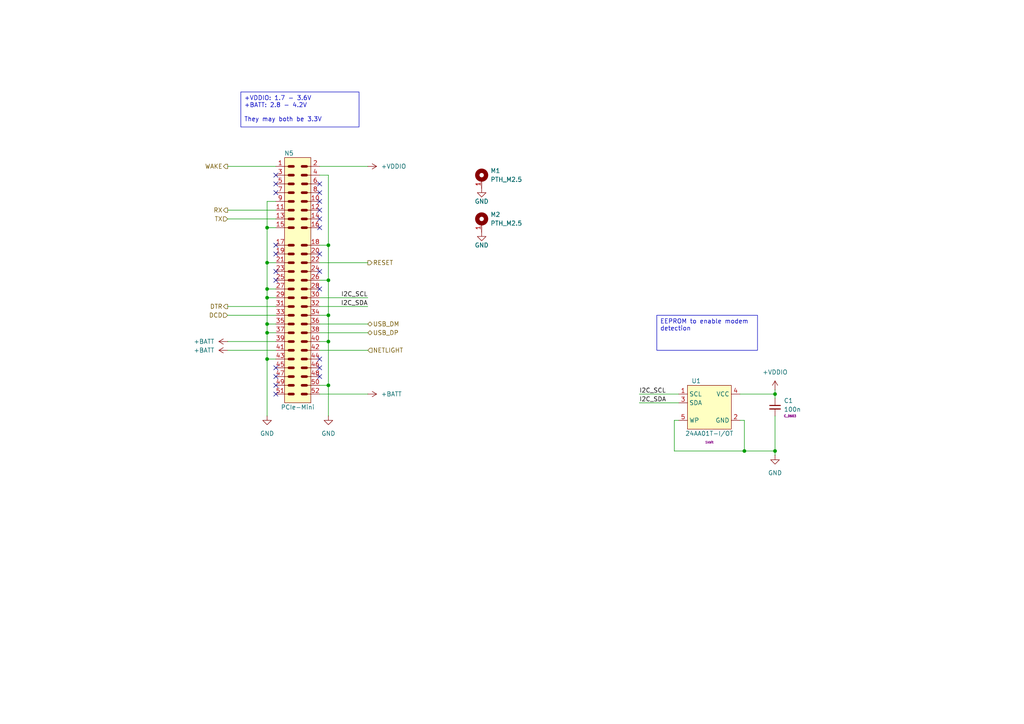
<source format=kicad_sch>
(kicad_sch (version 20250114) (generator "eeschema") (generator_version "9.0")
  (paper "A4")
  (title_block (title "Winglet-ESP") (rev "v1.0") (company "TL Embedded"))
  (lib_symbols
    (symbol "C_Capacitor:C_0603" (pin_numbers (hide yes)) (pin_names (offset 1.016))
      (property "Reference" "C" (at 3.175 1.905 0))
      (property "Value" "100n" (at 5.08 0 0))
      (property "Size" "C_0603" (at 4.445 -1.905 0))
      (symbol "C_0603_1_1"
        (polyline (pts (xy -1.524 0.508) (xy 1.524 0.508)) (stroke (width 0.3048)))
        (polyline (pts (xy -1.524 -0.508) (xy 1.524 -0.508)) (stroke (width 0.3302)))
        (pin passive line (at 0 2.54 270) (length 2.032) (name "~") (number "1"))
        (pin passive line (at 0 -2.54 90) (length 2.032) (name "~") (number "2"))
      )
    )
    (symbol "M_Mechanical:PTH_M2.5" (in_bom no)
      (property "Reference" "M" (at -1.27 3.81 0))
      (property "Value" "PTH_M2.5" (at 0 -3.81 0))
      (symbol "PTH_M2.5_0_1"
        (circle (center 0 0) (radius 1.27) (stroke (width 1.27)))
      )
      (symbol "PTH_M2.5_1_1"
        (pin passive line (at 3.81 0 180) (length 2.54) (name "~") (number "1"))
      )
    )
    (symbol "N_NonPart:PCIe-Mini" (pin_names (hide yes)) (in_bom no)
      (property "Reference" "N" (at 0 72.39 0))
      (property "Value" "PCIe-Mini" (at 0 -1.27 0))
      (symbol "PCIe-Mini_0_1"
        (polyline (pts (xy -3.81 68.58) (xy -2.54 68.58)))
        (polyline (pts (xy -3.81 66.04) (xy -2.54 66.04)))
        (polyline (pts (xy -3.81 63.5) (xy -2.54 63.5)))
        (polyline (pts (xy -3.81 60.96) (xy -2.54 60.96)))
        (polyline (pts (xy -3.81 58.42) (xy -2.54 58.42)))
        (polyline (pts (xy -3.81 55.88) (xy -2.54 55.88)))
        (polyline (pts (xy -3.81 53.34) (xy -2.54 53.34)))
        (polyline (pts (xy -3.81 50.8) (xy -2.54 50.8)))
        (polyline (pts (xy -3.81 45.72) (xy -2.54 45.72)))
        (polyline (pts (xy -3.81 43.18) (xy -2.54 43.18)))
        (polyline (pts (xy -3.81 40.64) (xy -2.54 40.64)))
        (polyline (pts (xy -3.81 38.1) (xy -2.54 38.1)))
        (polyline (pts (xy -3.81 35.56) (xy -2.54 35.56)))
        (polyline (pts (xy -3.81 33.02) (xy -2.54 33.02)))
        (polyline (pts (xy -3.81 30.48) (xy -2.54 30.48)))
        (polyline (pts (xy -3.81 27.94) (xy -2.54 27.94)))
        (polyline (pts (xy -3.81 25.4) (xy -2.54 25.4)))
        (polyline (pts (xy -3.81 22.86) (xy -2.54 22.86)))
        (polyline (pts (xy -3.81 20.32) (xy -2.54 20.32)))
        (polyline (pts (xy -3.81 17.78) (xy -2.54 17.78)))
        (polyline (pts (xy -3.81 15.24) (xy -2.54 15.24)))
        (polyline (pts (xy -3.81 12.7) (xy -2.54 12.7)))
        (polyline (pts (xy -3.81 10.16) (xy -2.54 10.16)))
        (polyline (pts (xy -3.81 7.62) (xy -2.54 7.62)))
        (polyline (pts (xy -3.81 5.08) (xy -2.54 5.08)))
        (polyline (pts (xy -3.81 2.54) (xy -2.54 2.54)))
        (polyline (pts (xy 3.81 68.58) (xy 2.54 68.58)))
        (polyline (pts (xy 3.81 66.04) (xy 2.54 66.04)))
        (polyline (pts (xy 3.81 60.96) (xy 2.54 60.96)))
        (polyline (pts (xy 3.81 58.42) (xy 2.54 58.42)))
        (polyline (pts (xy 3.81 55.88) (xy 2.54 55.88)))
        (polyline (pts (xy 3.81 53.34) (xy 2.54 53.34)))
        (polyline (pts (xy 3.81 50.8) (xy 2.54 50.8)))
        (polyline (pts (xy 3.81 45.72) (xy 2.54 45.72)))
        (polyline (pts (xy 3.81 43.18) (xy 2.54 43.18)))
        (polyline (pts (xy 3.81 40.64) (xy 2.54 40.64)))
        (polyline (pts (xy 3.81 38.1) (xy 2.54 38.1)))
        (polyline (pts (xy 3.81 35.56) (xy 2.54 35.56)))
        (polyline (pts (xy 3.81 33.02) (xy 2.54 33.02)))
        (polyline (pts (xy 3.81 30.48) (xy 2.54 30.48)))
        (polyline (pts (xy 3.81 27.94) (xy 2.54 27.94)))
        (polyline (pts (xy 3.81 25.4) (xy 2.54 25.4)))
        (polyline (pts (xy 3.81 22.86) (xy 2.54 22.86)))
        (polyline (pts (xy 3.81 20.32) (xy 2.54 20.32)))
        (polyline (pts (xy 3.81 17.78) (xy 2.54 17.78)))
        (polyline (pts (xy 3.81 15.24) (xy 2.54 15.24)))
        (polyline (pts (xy 3.81 12.7) (xy 2.54 12.7)))
        (polyline (pts (xy 3.81 10.16) (xy 2.54 10.16)))
        (polyline (pts (xy 3.81 7.62) (xy 2.54 7.62)))
        (polyline (pts (xy 3.81 5.08) (xy 2.54 5.08)))
        (polyline (pts (xy 3.81 2.54) (xy 2.54 2.54)))
        (polyline (pts (xy 3.8943 63.5073) (xy 2.6243 63.5073)))
      )
      (symbol "PCIe-Mini_1_1"
        (rectangle (start -3.81 71.12) (end 3.81 0) (fill (type background)))
        (polyline (pts (xy -2.54 68.58) (xy -1.27 68.58)) (stroke (width 0.768)))
        (polyline (pts (xy -2.54 66.04) (xy -1.27 66.04)) (stroke (width 0.768)))
        (polyline (pts (xy -2.54 63.5) (xy -1.27 63.5)) (stroke (width 0.768)))
        (polyline (pts (xy -2.54 60.96) (xy -1.27 60.96)) (stroke (width 0.768)))
        (polyline (pts (xy -2.54 58.42) (xy -1.27 58.42)) (stroke (width 0.768)))
        (polyline (pts (xy -2.54 55.88) (xy -1.27 55.88)) (stroke (width 0.768)))
        (polyline (pts (xy -2.54 53.34) (xy -1.27 53.34)) (stroke (width 0.768)))
        (polyline (pts (xy -2.54 50.8) (xy -1.27 50.8)) (stroke (width 0.768)))
        (polyline (pts (xy -2.54 45.72) (xy -1.27 45.72)) (stroke (width 0.768)))
        (polyline (pts (xy -2.54 43.18) (xy -1.27 43.18)) (stroke (width 0.768)))
        (polyline (pts (xy -2.54 40.64) (xy -1.27 40.64)) (stroke (width 0.768)))
        (polyline (pts (xy -2.54 38.1) (xy -1.27 38.1)) (stroke (width 0.768)))
        (polyline (pts (xy -2.54 35.56) (xy -1.27 35.56)) (stroke (width 0.768)))
        (polyline (pts (xy -2.54 33.02) (xy -1.27 33.02)) (stroke (width 0.768)))
        (polyline (pts (xy -2.54 30.48) (xy -1.27 30.48)) (stroke (width 0.768)))
        (polyline (pts (xy -2.54 27.94) (xy -1.27 27.94)) (stroke (width 0.768)))
        (polyline (pts (xy -2.54 25.4) (xy -1.27 25.4)) (stroke (width 0.768)))
        (polyline (pts (xy -2.54 22.86) (xy -1.27 22.86)) (stroke (width 0.768)))
        (polyline (pts (xy -2.54 20.32) (xy -1.27 20.32)) (stroke (width 0.768)))
        (polyline (pts (xy -2.54 17.78) (xy -1.27 17.78)) (stroke (width 0.768)))
        (polyline (pts (xy -2.54 15.24) (xy -1.27 15.24)) (stroke (width 0.768)))
        (polyline (pts (xy -2.54 12.7) (xy -1.27 12.7)) (stroke (width 0.768)))
        (polyline (pts (xy -2.54 10.16) (xy -1.27 10.16)) (stroke (width 0.768)))
        (polyline (pts (xy -2.54 7.62) (xy -1.27 7.62)) (stroke (width 0.768)))
        (polyline (pts (xy -2.54 5.08) (xy -1.27 5.08)) (stroke (width 0.768)))
        (polyline (pts (xy -2.54 2.54) (xy -1.27 2.54)) (stroke (width 0.768)))
        (polyline (pts (xy 2.54 68.58) (xy 1.27 68.58)) (stroke (width 0.768)))
        (polyline (pts (xy 2.54 66.04) (xy 1.27 66.04)) (stroke (width 0.768)))
        (polyline (pts (xy 2.54 60.96) (xy 1.27 60.96)) (stroke (width 0.768)))
        (polyline (pts (xy 2.54 58.42) (xy 1.27 58.42)) (stroke (width 0.768)))
        (polyline (pts (xy 2.54 55.88) (xy 1.27 55.88)) (stroke (width 0.768)))
        (polyline (pts (xy 2.54 53.34) (xy 1.27 53.34)) (stroke (width 0.768)))
        (polyline (pts (xy 2.54 50.8) (xy 1.27 50.8)) (stroke (width 0.768)))
        (polyline (pts (xy 2.54 45.72) (xy 1.27 45.72)) (stroke (width 0.768)))
        (polyline (pts (xy 2.54 43.18) (xy 1.27 43.18)) (stroke (width 0.768)))
        (polyline (pts (xy 2.54 40.64) (xy 1.27 40.64)) (stroke (width 0.768)))
        (polyline (pts (xy 2.54 38.1) (xy 1.27 38.1)) (stroke (width 0.768)))
        (polyline (pts (xy 2.54 35.56) (xy 1.27 35.56)) (stroke (width 0.768)))
        (polyline (pts (xy 2.54 33.02) (xy 1.27 33.02)) (stroke (width 0.768)))
        (polyline (pts (xy 2.54 30.48) (xy 1.27 30.48)) (stroke (width 0.768)))
        (polyline (pts (xy 2.54 27.94) (xy 1.27 27.94)) (stroke (width 0.768)))
        (polyline (pts (xy 2.54 25.4) (xy 1.27 25.4)) (stroke (width 0.768)))
        (polyline (pts (xy 2.54 22.86) (xy 1.27 22.86)) (stroke (width 0.768)))
        (polyline (pts (xy 2.54 20.32) (xy 1.27 20.32)) (stroke (width 0.768)))
        (polyline (pts (xy 2.54 17.78) (xy 1.27 17.78)) (stroke (width 0.768)))
        (polyline (pts (xy 2.54 15.24) (xy 1.27 15.24)) (stroke (width 0.768)))
        (polyline (pts (xy 2.54 12.7) (xy 1.27 12.7)) (stroke (width 0.768)))
        (polyline (pts (xy 2.54 10.16) (xy 1.27 10.16)) (stroke (width 0.768)))
        (polyline (pts (xy 2.54 7.62) (xy 1.27 7.62)) (stroke (width 0.768)))
        (polyline (pts (xy 2.54 5.08) (xy 1.27 5.08)) (stroke (width 0.768)))
        (polyline (pts (xy 2.54 2.54) (xy 1.27 2.54)) (stroke (width 0.768)))
        (polyline (pts (xy 2.6243 63.5073) (xy 1.3543 63.5073)) (stroke (width 0.768)))
        (pin passive line (at -6.35 68.58 0) (length 2.54) (name "1") (number "1"))
        (pin passive line (at -6.35 66.04 0) (length 2.54) (name "3") (number "3"))
        (pin passive line (at -6.35 63.5 0) (length 2.54) (name "5") (number "5"))
        (pin passive line (at -6.35 60.96 0) (length 2.54) (name "7") (number "7"))
        (pin passive line (at -6.35 58.42 0) (length 2.54) (name "9") (number "9"))
        (pin passive line (at -6.35 55.88 0) (length 2.54) (name "11") (number "11"))
        (pin passive line (at -6.35 53.34 0) (length 2.54) (name "13") (number "13"))
        (pin passive line (at -6.35 50.8 0) (length 2.54) (name "15") (number "15"))
        (pin passive line (at -6.35 45.72 0) (length 2.54) (name "17") (number "17"))
        (pin passive line (at -6.35 43.18 0) (length 2.54) (name "19") (number "19"))
        (pin passive line (at -6.35 40.64 0) (length 2.54) (name "21") (number "21"))
        (pin passive line (at -6.35 38.1 0) (length 2.54) (name "23") (number "23"))
        (pin passive line (at -6.35 35.56 0) (length 2.54) (name "25") (number "25"))
        (pin passive line (at -6.35 33.02 0) (length 2.54) (name "27") (number "27"))
        (pin passive line (at -6.35 30.48 0) (length 2.54) (name "29") (number "29"))
        (pin passive line (at -6.35 27.94 0) (length 2.54) (name "31") (number "31"))
        (pin passive line (at -6.35 25.4 0) (length 2.54) (name "33") (number "33"))
        (pin passive line (at -6.35 22.86 0) (length 2.54) (name "35") (number "35"))
        (pin passive line (at -6.35 20.32 0) (length 2.54) (name "37") (number "37"))
        (pin passive line (at -6.35 17.78 0) (length 2.54) (name "39") (number "39"))
        (pin passive line (at -6.35 15.24 0) (length 2.54) (name "41") (number "41"))
        (pin passive line (at -6.35 12.7 0) (length 2.54) (name "43") (number "43"))
        (pin passive line (at -6.35 10.16 0) (length 2.54) (name "45") (number "45"))
        (pin passive line (at -6.35 7.62 0) (length 2.54) (name "47") (number "47"))
        (pin passive line (at -6.35 5.08 0) (length 2.54) (name "49") (number "49"))
        (pin passive line (at -6.35 2.54 0) (length 2.54) (name "51") (number "51"))
        (pin passive line (at 6.35 68.58 180) (length 2.54) (name "2") (number "2"))
        (pin passive line (at 6.35 66.04 180) (length 2.54) (name "4") (number "4"))
        (pin passive line (at 6.35 63.5 180) (length 2.54) (name "6") (number "6"))
        (pin passive line (at 6.35 60.96 180) (length 2.54) (name "8") (number "8"))
        (pin passive line (at 6.35 58.42 180) (length 2.54) (name "10") (number "10"))
        (pin passive line (at 6.35 55.88 180) (length 2.54) (name "12") (number "12"))
        (pin passive line (at 6.35 53.34 180) (length 2.54) (name "14") (number "14"))
        (pin passive line (at 6.35 50.8 180) (length 2.54) (name "16") (number "16"))
        (pin passive line (at 6.35 45.72 180) (length 2.54) (name "18") (number "18"))
        (pin passive line (at 6.35 43.18 180) (length 2.54) (name "20") (number "20"))
        (pin passive line (at 6.35 40.64 180) (length 2.54) (name "22") (number "22"))
        (pin passive line (at 6.35 38.1 180) (length 2.54) (name "24") (number "24"))
        (pin passive line (at 6.35 35.56 180) (length 2.54) (name "26") (number "26"))
        (pin passive line (at 6.35 33.02 180) (length 2.54) (name "28") (number "28"))
        (pin passive line (at 6.35 30.48 180) (length 2.54) (name "30") (number "30"))
        (pin passive line (at 6.35 27.94 180) (length 2.54) (name "32") (number "32"))
        (pin passive line (at 6.35 25.4 180) (length 2.54) (name "34") (number "34"))
        (pin passive line (at 6.35 22.86 180) (length 2.54) (name "36") (number "36"))
        (pin passive line (at 6.35 20.32 180) (length 2.54) (name "38") (number "38"))
        (pin passive line (at 6.35 17.78 180) (length 2.54) (name "40") (number "40"))
        (pin passive line (at 6.35 15.24 180) (length 2.54) (name "42") (number "42"))
        (pin passive line (at 6.35 12.7 180) (length 2.54) (name "44") (number "44"))
        (pin passive line (at 6.35 10.16 180) (length 2.54) (name "46") (number "46"))
        (pin passive line (at 6.35 7.62 180) (length 2.54) (name "48") (number "48"))
        (pin passive line (at 6.35 5.08 180) (length 2.54) (name "50") (number "50"))
        (pin passive line (at 6.35 2.54 180) (length 2.54) (name "52") (number "52"))
      )
    )
    (symbol "U_Memory:24AA01T-I/OT"
      (property "Reference" "U" (at -5.08 13.97 0))
      (property "Value" "24AA01T-I/OT" (at 0 -1.27 0))
      (property "Params" "1kbit" (at 0 -2.54 0))
      (symbol "24AA01T-I/OT_0_1"
        (rectangle (start -6.35 12.7) (end 6.35 0) (fill (type background)))
      )
      (symbol "24AA01T-I/OT_1_1"
        (pin bidirectional line (at -8.89 10.16 0) (length 2.54) (name "SCL") (number "1"))
        (pin bidirectional line (at -8.89 7.62 0) (length 2.54) (name "SDA") (number "3"))
        (pin input line (at -8.89 2.54 0) (length 2.54) (name "WP") (number "5"))
        (pin power_in line (at 8.89 10.16 180) (length 2.54) (name "VCC") (number "4"))
        (pin power_in line (at 8.89 2.54 180) (length 2.54) (name "GND") (number "2"))
      )
    )
    (symbol "power:GND" (power) (pin_numbers (hide yes)) (pin_names (offset 0) (hide yes))
      (property "Value" "GND" (at 0 -3.81 0))
      (symbol "GND_0_1"
        (polyline (pts (xy 0 0) (xy 0 -1.27) (xy 1.27 -1.27) (xy 0 -2.54) (xy -1.27 -1.27) (xy 0 -1.27)))
      )
      (symbol "GND_1_1"
        (pin power_in line (at 0 0 270) (length 0) (name "~") (number "1"))
      )
    )
    (symbol "power:VDD" (power) (pin_numbers (hide yes)) (pin_names (offset 0) (hide yes))
      (property "Value" "VDD" (at 0 3.556 0))
      (symbol "VDD_0_1"
        (polyline (pts (xy -0.762 1.27) (xy 0 2.54)))
        (polyline (pts (xy 0 2.54) (xy 0.762 1.27)))
        (polyline (pts (xy 0 0) (xy 0 2.54)))
      )
      (symbol "VDD_1_1"
        (pin power_in line (at 0 0 90) (length 0) (name "~") (number "1"))
      )
    )
  )
  (text_box "+VDDIO: 1.7 - 3.6V\n+BATT: 2.8 - 4.2V\n\nThey may both be 3.3V" (at 69.85 26.67 0) (size 34.29 10.16) (margins 0.9525 0.9525 0.9525 0.9525) (effects (font (size 1.27 1.27)) (justify left top)))
  (text_box "EEPROM to enable modem detection" (at 190.5 91.44 0) (size 29.21 10.16) (margins 0.9525 0.9525 0.9525 0.9525) (effects (font (size 1.27 1.27)) (justify left top)))
  (junction (at 77.47 86.36))
  (junction (at 77.47 93.98))
  (junction (at 95.25 81.28))
  (junction (at 77.47 66.04))
  (junction (at 95.25 99.06))
  (junction (at 215.9 130.81))
  (junction (at 224.79 130.81))
  (junction (at 224.79 114.3))
  (junction (at 95.25 91.44))
  (junction (at 77.47 96.52))
  (junction (at 95.25 111.76))
  (junction (at 95.25 71.12))
  (junction (at 77.47 83.82))
  (junction (at 77.47 104.14))
  (junction (at 77.47 76.2))
  (no_connect (at 80.01 109.22))
  (no_connect (at 92.71 63.5))
  (no_connect (at 92.71 55.88))
  (no_connect (at 80.01 106.68))
  (no_connect (at 92.71 53.34))
  (no_connect (at 92.71 106.68))
  (no_connect (at 80.01 53.34))
  (no_connect (at 92.71 66.04))
  (no_connect (at 92.71 109.22))
  (no_connect (at 80.01 81.28))
  (no_connect (at 92.71 60.96))
  (no_connect (at 92.71 78.74))
  (no_connect (at 92.71 83.82))
  (no_connect (at 80.01 111.76))
  (no_connect (at 92.71 58.42))
  (no_connect (at 80.01 55.88))
  (no_connect (at 80.01 71.12))
  (no_connect (at 92.71 73.66))
  (no_connect (at 80.01 50.8))
  (no_connect (at 80.01 114.3))
  (no_connect (at 92.71 104.14))
  (no_connect (at 80.01 73.66))
  (no_connect (at 80.01 78.74))
  (wire (pts (xy 224.79 114.3) (xy 214.63 114.3)))
  (wire (pts (xy 77.47 93.98) (xy 80.01 93.98)))
  (wire (pts (xy 224.79 115.57) (xy 224.79 114.3)))
  (wire (pts (xy 95.25 111.76) (xy 95.25 120.65)))
  (wire (pts (xy 224.79 120.65) (xy 224.79 130.81)))
  (wire (pts (xy 92.71 71.12) (xy 95.25 71.12)))
  (wire (pts (xy 195.58 130.81) (xy 215.9 130.81)))
  (wire (pts (xy 196.85 121.92) (xy 195.58 121.92)))
  (wire (pts (xy 92.71 99.06) (xy 95.25 99.06)))
  (wire (pts (xy 92.71 93.98) (xy 106.68 93.98)))
  (wire (pts (xy 106.68 114.3) (xy 92.71 114.3)))
  (wire (pts (xy 77.47 96.52) (xy 80.01 96.52)))
  (wire (pts (xy 66.04 99.06) (xy 80.01 99.06)))
  (wire (pts (xy 66.04 63.5) (xy 80.01 63.5)))
  (wire (pts (xy 95.25 50.8) (xy 92.71 50.8)))
  (wire (pts (xy 66.04 101.6) (xy 80.01 101.6)))
  (wire (pts (xy 77.47 86.36) (xy 80.01 86.36)))
  (wire (pts (xy 95.25 91.44) (xy 95.25 99.06)))
  (wire (pts (xy 185.42 114.3) (xy 196.85 114.3)))
  (wire (pts (xy 77.47 96.52) (xy 77.47 104.14)))
  (wire (pts (xy 66.04 91.44) (xy 80.01 91.44)))
  (wire (pts (xy 195.58 121.92) (xy 195.58 130.81)))
  (wire (pts (xy 92.71 101.6) (xy 106.68 101.6)))
  (wire (pts (xy 92.71 91.44) (xy 95.25 91.44)))
  (wire (pts (xy 77.47 104.14) (xy 77.47 120.65)))
  (wire (pts (xy 215.9 121.92) (xy 214.63 121.92)))
  (wire (pts (xy 92.71 81.28) (xy 95.25 81.28)))
  (wire (pts (xy 224.79 130.81) (xy 224.79 132.08)))
  (wire (pts (xy 95.25 71.12) (xy 95.25 81.28)))
  (wire (pts (xy 92.71 111.76) (xy 95.25 111.76)))
  (wire (pts (xy 92.71 86.36) (xy 106.68 86.36)))
  (wire (pts (xy 215.9 121.92) (xy 215.9 130.81)))
  (wire (pts (xy 66.04 60.96) (xy 80.01 60.96)))
  (wire (pts (xy 77.47 58.42) (xy 77.47 66.04)))
  (wire (pts (xy 77.47 66.04) (xy 77.47 76.2)))
  (wire (pts (xy 77.47 93.98) (xy 77.47 96.52)))
  (wire (pts (xy 66.04 88.9) (xy 80.01 88.9)))
  (wire (pts (xy 77.47 104.14) (xy 80.01 104.14)))
  (wire (pts (xy 77.47 86.36) (xy 77.47 93.98)))
  (wire (pts (xy 185.42 116.84) (xy 196.85 116.84)))
  (wire (pts (xy 92.71 96.52) (xy 106.68 96.52)))
  (wire (pts (xy 95.25 99.06) (xy 95.25 111.76)))
  (wire (pts (xy 92.71 76.2) (xy 106.68 76.2)))
  (wire (pts (xy 224.79 113.03) (xy 224.79 114.3)))
  (wire (pts (xy 77.47 76.2) (xy 80.01 76.2)))
  (wire (pts (xy 106.68 48.26) (xy 92.71 48.26)))
  (wire (pts (xy 77.47 58.42) (xy 80.01 58.42)))
  (wire (pts (xy 95.25 50.8) (xy 95.25 71.12)))
  (wire (pts (xy 95.25 81.28) (xy 95.25 91.44)))
  (wire (pts (xy 77.47 76.2) (xy 77.47 83.82)))
  (wire (pts (xy 77.47 83.82) (xy 77.47 86.36)))
  (wire (pts (xy 77.47 83.82) (xy 80.01 83.82)))
  (wire (pts (xy 66.04 48.26) (xy 80.01 48.26)))
  (wire (pts (xy 215.9 130.81) (xy 224.79 130.81)))
  (wire (pts (xy 77.47 66.04) (xy 80.01 66.04)))
  (wire (pts (xy 92.71 88.9) (xy 106.68 88.9)))
  (label "I2C_SDA" (at 185.42 116.84 0))
  (label "I2C_SCL" (at 106.68 86.36 180))
  (label "I2C_SCL" (at 185.42 114.3 0))
  (label "I2C_SDA" (at 106.68 88.9 180))
  (hierarchical_label "RESET" (shape output) (at 106.68 76.2 0))
  (hierarchical_label "RX" (shape output) (at 66.04 60.96 180))
  (hierarchical_label "DCD" (shape input) (at 66.04 91.44 180))
  (hierarchical_label "USB_DP" (shape bidirectional) (at 106.68 96.52 0))
  (hierarchical_label "TX" (shape input) (at 66.04 63.5 180))
  (hierarchical_label "NETLIGHT" (shape input) (at 106.68 101.6 0))
  (hierarchical_label "DTR" (shape output) (at 66.04 88.9 180))
  (hierarchical_label "WAKE" (shape output) (at 66.04 48.26 180))
  (hierarchical_label "USB_DM" (shape bidirectional) (at 106.68 93.98 0))
  (symbol (lib_id "M_Mechanical:PTH_M2.5") (at 139.7 63.5 270) (unit 1) (in_bom no)
    (property "Reference" "M2" (at 142.24 62.2299 90) (effects (justify left)))
    (property "Value" "PTH_M2.5" (at 142.24 64.7699 90) (effects (justify left)))
    (property "Footprint" "M_Mechanical:PTH_M2.5" (effects (hide yes)))
  )
  (symbol (lib_id "power:VDD") (at 66.04 101.6 90) (mirror x) (unit 1)
    (property "Reference" "#PWR02" (effects (hide yes)))
    (property "Value" "+BATT" (at 62.23 101.5999 90) (effects (justify left)))
    (property "Description" "Power symbol creates a global label with name \"VDD\"" (effects (hide yes)))
  )
  (symbol (lib_id "power:GND") (at 77.47 120.65 0) (unit 1)
    (property "Reference" "#PWR03" (effects (hide yes)))
    (property "Value" "GND" (at 77.47 125.73 0))
    (property "Description" "Power symbol creates a global label with name \"GND\" , ground" (effects (hide yes)))
  )
  (symbol (lib_id "power:VDD") (at 224.79 113.03 0) (unit 1)
    (property "Reference" "#PWR09" (effects (hide yes)))
    (property "Value" "+VDDIO" (at 224.79 107.95 0))
    (property "Description" "Power symbol creates a global label with name \"VDD\"" (effects (hide yes)))
  )
  (symbol (lib_id "C_Capacitor:C_0603") (at 224.79 118.11 0) (unit 1)
    (property "Reference" "C1" (at 227.33 116.2113 0) (effects (justify left)))
    (property "Value" "100n" (at 227.33 118.7513 0) (effects (justify left)))
    (property "Footprint" "C_Capacitor:C_0603" (effects (hide yes)))
    (property "Size" "C_0603" (at 227.33 120.6563 0) (effects (font (size 0.635 0.635)) (justify left)))
  )
  (symbol (lib_id "power:VDD") (at 106.68 114.3 270) (unit 1)
    (property "Reference" "#PWR06" (effects (hide yes)))
    (property "Value" "+BATT" (at 110.49 114.2999 90) (effects (justify left)))
    (property "Description" "Power symbol creates a global label with name \"VDD\"" (effects (hide yes)))
  )
  (symbol (lib_id "power:VDD") (at 106.68 48.26 270) (unit 1)
    (property "Reference" "#PWR05" (effects (hide yes)))
    (property "Value" "+VDDIO" (at 110.49 48.2599 90) (effects (justify left)))
    (property "Description" "Power symbol creates a global label with name \"VDD\"" (effects (hide yes)))
  )
  (symbol (lib_id "power:GND") (at 224.79 132.08 0) (unit 1)
    (property "Reference" "#PWR010" (effects (hide yes)))
    (property "Value" "GND" (at 224.79 137.16 0))
    (property "Description" "Power symbol creates a global label with name \"GND\" , ground" (effects (hide yes)))
  )
  (symbol (lib_id "power:GND") (at 139.7 67.31 0) (unit 1)
    (property "Reference" "#PWR08" (effects (hide yes)))
    (property "Value" "GND" (at 139.7 71.12 0))
    (property "Description" "Power symbol creates a global label with name \"GND\" , ground" (effects (hide yes)))
  )
  (symbol (lib_id "N_NonPart:PCIe-Mini") (at 86.36 116.84 0) (unit 1) (in_bom no)
    (property "Reference" "N5" (at 83.82 44.45 0))
    (property "Value" "PCIe-Mini" (at 86.36 118.11 0))
    (property "Footprint" "N_NonPart:PCIe-Mini" (effects (hide yes)))
    (property "Description" "PCIE MINI CARD EDGE" (effects (hide yes)))
  )
  (symbol (lib_id "power:GND") (at 139.7 54.61 0) (unit 1)
    (property "Reference" "#PWR07" (effects (hide yes)))
    (property "Value" "GND" (at 139.7 58.42 0))
    (property "Description" "Power symbol creates a global label with name \"GND\" , ground" (effects (hide yes)))
  )
  (symbol (lib_id "power:VDD") (at 66.04 99.06 90) (mirror x) (unit 1)
    (property "Reference" "#PWR01" (effects (hide yes)))
    (property "Value" "+BATT" (at 62.23 99.0599 90) (effects (justify left)))
    (property "Description" "Power symbol creates a global label with name \"VDD\"" (effects (hide yes)))
  )
  (symbol (lib_id "U_Memory:24AA01T-I/OT") (at 205.74 124.46 0) (unit 1)
    (property "Reference" "U1" (at 201.93 110.49 0))
    (property "Value" "24AA01T-I/OT" (at 205.74 125.73 0))
    (property "Footprint" "U_IC:SOT23_5" (effects (hide yes)))
    (property "Datasheet" "https://ww1.microchip.com/downloads/en/DeviceDoc/24AA01-24LC01B-24FC01-1K-I2C-Serial-EEPROM-20001711M.pdf" (effects (hide yes)))
    (property "Description" "IC EEPROM 1KBIT I2C SOT23-5" (effects (hide yes)))
    (property "Params" "1kbit" (at 205.74 128.27 0) (effects (font (size 0.63 0.63))))
  )
  (symbol (lib_id "power:GND") (at 95.25 120.65 0) (unit 1)
    (property "Reference" "#PWR04" (effects (hide yes)))
    (property "Value" "GND" (at 95.25 125.73 0))
    (property "Description" "Power symbol creates a global label with name \"GND\" , ground" (effects (hide yes)))
  )
  (symbol (lib_id "M_Mechanical:PTH_M2.5") (at 139.7 50.8 270) (unit 1) (in_bom no)
    (property "Reference" "M1" (at 142.24 49.5299 90) (effects (justify left)))
    (property "Value" "PTH_M2.5" (at 142.24 52.0699 90) (effects (justify left)))
    (property "Footprint" "M_Mechanical:PTH_M2.5" (effects (hide yes)))
  )
)
</source>
